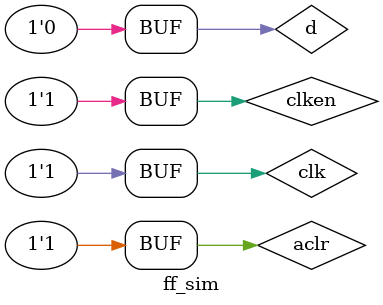
<source format=v>
`timescale 1 ps/ 1 ps
module ff_sim();
// constants                                           
// general purpose registers
  reg aclr;
  reg clk;
  reg clken;
  reg d;
// wires                                               
  wire q;

// assign statements (if any)                          
ff u1 (
// port map - connection between master ports and signals/registers   
  .aclr(aclr),
  .clk(clk),
  .clken(clken),
  .d(d),
  .q(q)
);

// aclr
initial
begin
  aclr =         1'b1;
  aclr = #30000  1'b0;
  aclr = #10000  1'b1;
  aclr = #100000 1'b0;
  aclr = #10000  1'b1;
end 

// clk
always
begin
  clk =       1'b0;
  clk = #5000 1'b1;
        #5000;
end 

// clken
initial
begin
  clken =         1'b1;
  clken =#100000 1'b0;
  clken =#100000 1'b1;
end 

// d
initial
begin
  d =        1'b0;
  d = #10000 1'b1;
  d = #40000 1'b0;
  d = #20000 1'b1;
  d = #20000 1'b0;
  d = #20000 1'b1;
  d = #40000 1'b0;
  d = #20000 1'b1;
  d = #20000 1'b0;
  d = #10000 1'b1;
  d = #40000 1'b0;
  d = #20000 1'b1;
  d = #20000 1'b0;
  d = #20000 1'b1;
  d = #40000 1'b0;
  d = #20000 1'b1;
  d = #20000 1'b0;
  d = #10000 1'b1;
  d = #40000 1'b0;
  d = #20000 1'b1;
  d = #20000 1'b0;
  d = #20000 1'b1;
  d = #40000 1'b0;
  d = #20000 1'b1;
  d = #20000 1'b0;
  d = #10000 1'b1;
  d = #40000 1'b0;
  d = #20000 1'b1;
  d = #20000 1'b0;
  d = #20000 1'b1;
  d = #40000 1'b0;
  d = #20000 1'b1;
  d = #20000 1'b0;
end 

endmodule

</source>
